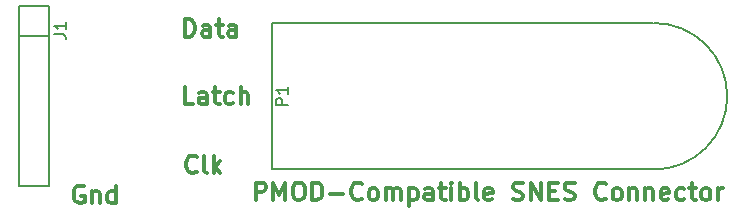
<source format=gto>
G04 #@! TF.FileFunction,Legend,Top*
%FSLAX46Y46*%
G04 Gerber Fmt 4.6, Leading zero omitted, Abs format (unit mm)*
G04 Created by KiCad (PCBNEW 4.0.2-1.fc23-product) date Wed 28 Dec 2016 04:25:50 PM CST*
%MOMM*%
G01*
G04 APERTURE LIST*
%ADD10C,0.100000*%
%ADD11C,0.300000*%
%ADD12C,0.150000*%
G04 APERTURE END LIST*
D10*
D11*
X89459714Y-104152000D02*
X89316857Y-104080571D01*
X89102571Y-104080571D01*
X88888286Y-104152000D01*
X88745428Y-104294857D01*
X88674000Y-104437714D01*
X88602571Y-104723429D01*
X88602571Y-104937714D01*
X88674000Y-105223429D01*
X88745428Y-105366286D01*
X88888286Y-105509143D01*
X89102571Y-105580571D01*
X89245428Y-105580571D01*
X89459714Y-105509143D01*
X89531143Y-105437714D01*
X89531143Y-104937714D01*
X89245428Y-104937714D01*
X90174000Y-104580571D02*
X90174000Y-105580571D01*
X90174000Y-104723429D02*
X90245428Y-104652000D01*
X90388286Y-104580571D01*
X90602571Y-104580571D01*
X90745428Y-104652000D01*
X90816857Y-104794857D01*
X90816857Y-105580571D01*
X92174000Y-105580571D02*
X92174000Y-104080571D01*
X92174000Y-105509143D02*
X92031143Y-105580571D01*
X91745429Y-105580571D01*
X91602571Y-105509143D01*
X91531143Y-105437714D01*
X91459714Y-105294857D01*
X91459714Y-104866286D01*
X91531143Y-104723429D01*
X91602571Y-104652000D01*
X91745429Y-104580571D01*
X92031143Y-104580571D01*
X92174000Y-104652000D01*
X99032286Y-102897714D02*
X98960857Y-102969143D01*
X98746571Y-103040571D01*
X98603714Y-103040571D01*
X98389429Y-102969143D01*
X98246571Y-102826286D01*
X98175143Y-102683429D01*
X98103714Y-102397714D01*
X98103714Y-102183429D01*
X98175143Y-101897714D01*
X98246571Y-101754857D01*
X98389429Y-101612000D01*
X98603714Y-101540571D01*
X98746571Y-101540571D01*
X98960857Y-101612000D01*
X99032286Y-101683429D01*
X99889429Y-103040571D02*
X99746571Y-102969143D01*
X99675143Y-102826286D01*
X99675143Y-101540571D01*
X100460857Y-103040571D02*
X100460857Y-101540571D01*
X100603714Y-102469143D02*
X101032285Y-103040571D01*
X101032285Y-102040571D02*
X100460857Y-102612000D01*
X98746715Y-97198571D02*
X98032429Y-97198571D01*
X98032429Y-95698571D01*
X99889572Y-97198571D02*
X99889572Y-96412857D01*
X99818143Y-96270000D01*
X99675286Y-96198571D01*
X99389572Y-96198571D01*
X99246715Y-96270000D01*
X99889572Y-97127143D02*
X99746715Y-97198571D01*
X99389572Y-97198571D01*
X99246715Y-97127143D01*
X99175286Y-96984286D01*
X99175286Y-96841429D01*
X99246715Y-96698571D01*
X99389572Y-96627143D01*
X99746715Y-96627143D01*
X99889572Y-96555714D01*
X100389572Y-96198571D02*
X100961001Y-96198571D01*
X100603858Y-95698571D02*
X100603858Y-96984286D01*
X100675286Y-97127143D01*
X100818144Y-97198571D01*
X100961001Y-97198571D01*
X102103858Y-97127143D02*
X101961001Y-97198571D01*
X101675287Y-97198571D01*
X101532429Y-97127143D01*
X101461001Y-97055714D01*
X101389572Y-96912857D01*
X101389572Y-96484286D01*
X101461001Y-96341429D01*
X101532429Y-96270000D01*
X101675287Y-96198571D01*
X101961001Y-96198571D01*
X102103858Y-96270000D01*
X102746715Y-97198571D02*
X102746715Y-95698571D01*
X103389572Y-97198571D02*
X103389572Y-96412857D01*
X103318143Y-96270000D01*
X103175286Y-96198571D01*
X102961001Y-96198571D01*
X102818143Y-96270000D01*
X102746715Y-96341429D01*
X98024429Y-91483571D02*
X98024429Y-89983571D01*
X98381572Y-89983571D01*
X98595857Y-90055000D01*
X98738715Y-90197857D01*
X98810143Y-90340714D01*
X98881572Y-90626429D01*
X98881572Y-90840714D01*
X98810143Y-91126429D01*
X98738715Y-91269286D01*
X98595857Y-91412143D01*
X98381572Y-91483571D01*
X98024429Y-91483571D01*
X100167286Y-91483571D02*
X100167286Y-90697857D01*
X100095857Y-90555000D01*
X99953000Y-90483571D01*
X99667286Y-90483571D01*
X99524429Y-90555000D01*
X100167286Y-91412143D02*
X100024429Y-91483571D01*
X99667286Y-91483571D01*
X99524429Y-91412143D01*
X99453000Y-91269286D01*
X99453000Y-91126429D01*
X99524429Y-90983571D01*
X99667286Y-90912143D01*
X100024429Y-90912143D01*
X100167286Y-90840714D01*
X100667286Y-90483571D02*
X101238715Y-90483571D01*
X100881572Y-89983571D02*
X100881572Y-91269286D01*
X100953000Y-91412143D01*
X101095858Y-91483571D01*
X101238715Y-91483571D01*
X102381572Y-91483571D02*
X102381572Y-90697857D01*
X102310143Y-90555000D01*
X102167286Y-90483571D01*
X101881572Y-90483571D01*
X101738715Y-90555000D01*
X102381572Y-91412143D02*
X102238715Y-91483571D01*
X101881572Y-91483571D01*
X101738715Y-91412143D01*
X101667286Y-91269286D01*
X101667286Y-91126429D01*
X101738715Y-90983571D01*
X101881572Y-90912143D01*
X102238715Y-90912143D01*
X102381572Y-90840714D01*
X104019429Y-105326571D02*
X104019429Y-103826571D01*
X104590857Y-103826571D01*
X104733715Y-103898000D01*
X104805143Y-103969429D01*
X104876572Y-104112286D01*
X104876572Y-104326571D01*
X104805143Y-104469429D01*
X104733715Y-104540857D01*
X104590857Y-104612286D01*
X104019429Y-104612286D01*
X105519429Y-105326571D02*
X105519429Y-103826571D01*
X106019429Y-104898000D01*
X106519429Y-103826571D01*
X106519429Y-105326571D01*
X107519429Y-103826571D02*
X107805143Y-103826571D01*
X107948001Y-103898000D01*
X108090858Y-104040857D01*
X108162286Y-104326571D01*
X108162286Y-104826571D01*
X108090858Y-105112286D01*
X107948001Y-105255143D01*
X107805143Y-105326571D01*
X107519429Y-105326571D01*
X107376572Y-105255143D01*
X107233715Y-105112286D01*
X107162286Y-104826571D01*
X107162286Y-104326571D01*
X107233715Y-104040857D01*
X107376572Y-103898000D01*
X107519429Y-103826571D01*
X108805144Y-105326571D02*
X108805144Y-103826571D01*
X109162287Y-103826571D01*
X109376572Y-103898000D01*
X109519430Y-104040857D01*
X109590858Y-104183714D01*
X109662287Y-104469429D01*
X109662287Y-104683714D01*
X109590858Y-104969429D01*
X109519430Y-105112286D01*
X109376572Y-105255143D01*
X109162287Y-105326571D01*
X108805144Y-105326571D01*
X110305144Y-104755143D02*
X111448001Y-104755143D01*
X113019430Y-105183714D02*
X112948001Y-105255143D01*
X112733715Y-105326571D01*
X112590858Y-105326571D01*
X112376573Y-105255143D01*
X112233715Y-105112286D01*
X112162287Y-104969429D01*
X112090858Y-104683714D01*
X112090858Y-104469429D01*
X112162287Y-104183714D01*
X112233715Y-104040857D01*
X112376573Y-103898000D01*
X112590858Y-103826571D01*
X112733715Y-103826571D01*
X112948001Y-103898000D01*
X113019430Y-103969429D01*
X113876573Y-105326571D02*
X113733715Y-105255143D01*
X113662287Y-105183714D01*
X113590858Y-105040857D01*
X113590858Y-104612286D01*
X113662287Y-104469429D01*
X113733715Y-104398000D01*
X113876573Y-104326571D01*
X114090858Y-104326571D01*
X114233715Y-104398000D01*
X114305144Y-104469429D01*
X114376573Y-104612286D01*
X114376573Y-105040857D01*
X114305144Y-105183714D01*
X114233715Y-105255143D01*
X114090858Y-105326571D01*
X113876573Y-105326571D01*
X115019430Y-105326571D02*
X115019430Y-104326571D01*
X115019430Y-104469429D02*
X115090858Y-104398000D01*
X115233716Y-104326571D01*
X115448001Y-104326571D01*
X115590858Y-104398000D01*
X115662287Y-104540857D01*
X115662287Y-105326571D01*
X115662287Y-104540857D02*
X115733716Y-104398000D01*
X115876573Y-104326571D01*
X116090858Y-104326571D01*
X116233716Y-104398000D01*
X116305144Y-104540857D01*
X116305144Y-105326571D01*
X117019430Y-104326571D02*
X117019430Y-105826571D01*
X117019430Y-104398000D02*
X117162287Y-104326571D01*
X117448001Y-104326571D01*
X117590858Y-104398000D01*
X117662287Y-104469429D01*
X117733716Y-104612286D01*
X117733716Y-105040857D01*
X117662287Y-105183714D01*
X117590858Y-105255143D01*
X117448001Y-105326571D01*
X117162287Y-105326571D01*
X117019430Y-105255143D01*
X119019430Y-105326571D02*
X119019430Y-104540857D01*
X118948001Y-104398000D01*
X118805144Y-104326571D01*
X118519430Y-104326571D01*
X118376573Y-104398000D01*
X119019430Y-105255143D02*
X118876573Y-105326571D01*
X118519430Y-105326571D01*
X118376573Y-105255143D01*
X118305144Y-105112286D01*
X118305144Y-104969429D01*
X118376573Y-104826571D01*
X118519430Y-104755143D01*
X118876573Y-104755143D01*
X119019430Y-104683714D01*
X119519430Y-104326571D02*
X120090859Y-104326571D01*
X119733716Y-103826571D02*
X119733716Y-105112286D01*
X119805144Y-105255143D01*
X119948002Y-105326571D01*
X120090859Y-105326571D01*
X120590859Y-105326571D02*
X120590859Y-104326571D01*
X120590859Y-103826571D02*
X120519430Y-103898000D01*
X120590859Y-103969429D01*
X120662287Y-103898000D01*
X120590859Y-103826571D01*
X120590859Y-103969429D01*
X121305145Y-105326571D02*
X121305145Y-103826571D01*
X121305145Y-104398000D02*
X121448002Y-104326571D01*
X121733716Y-104326571D01*
X121876573Y-104398000D01*
X121948002Y-104469429D01*
X122019431Y-104612286D01*
X122019431Y-105040857D01*
X121948002Y-105183714D01*
X121876573Y-105255143D01*
X121733716Y-105326571D01*
X121448002Y-105326571D01*
X121305145Y-105255143D01*
X122876574Y-105326571D02*
X122733716Y-105255143D01*
X122662288Y-105112286D01*
X122662288Y-103826571D01*
X124019430Y-105255143D02*
X123876573Y-105326571D01*
X123590859Y-105326571D01*
X123448002Y-105255143D01*
X123376573Y-105112286D01*
X123376573Y-104540857D01*
X123448002Y-104398000D01*
X123590859Y-104326571D01*
X123876573Y-104326571D01*
X124019430Y-104398000D01*
X124090859Y-104540857D01*
X124090859Y-104683714D01*
X123376573Y-104826571D01*
X125805144Y-105255143D02*
X126019430Y-105326571D01*
X126376573Y-105326571D01*
X126519430Y-105255143D01*
X126590859Y-105183714D01*
X126662287Y-105040857D01*
X126662287Y-104898000D01*
X126590859Y-104755143D01*
X126519430Y-104683714D01*
X126376573Y-104612286D01*
X126090859Y-104540857D01*
X125948001Y-104469429D01*
X125876573Y-104398000D01*
X125805144Y-104255143D01*
X125805144Y-104112286D01*
X125876573Y-103969429D01*
X125948001Y-103898000D01*
X126090859Y-103826571D01*
X126448001Y-103826571D01*
X126662287Y-103898000D01*
X127305144Y-105326571D02*
X127305144Y-103826571D01*
X128162287Y-105326571D01*
X128162287Y-103826571D01*
X128876573Y-104540857D02*
X129376573Y-104540857D01*
X129590859Y-105326571D02*
X128876573Y-105326571D01*
X128876573Y-103826571D01*
X129590859Y-103826571D01*
X130162287Y-105255143D02*
X130376573Y-105326571D01*
X130733716Y-105326571D01*
X130876573Y-105255143D01*
X130948002Y-105183714D01*
X131019430Y-105040857D01*
X131019430Y-104898000D01*
X130948002Y-104755143D01*
X130876573Y-104683714D01*
X130733716Y-104612286D01*
X130448002Y-104540857D01*
X130305144Y-104469429D01*
X130233716Y-104398000D01*
X130162287Y-104255143D01*
X130162287Y-104112286D01*
X130233716Y-103969429D01*
X130305144Y-103898000D01*
X130448002Y-103826571D01*
X130805144Y-103826571D01*
X131019430Y-103898000D01*
X133662287Y-105183714D02*
X133590858Y-105255143D01*
X133376572Y-105326571D01*
X133233715Y-105326571D01*
X133019430Y-105255143D01*
X132876572Y-105112286D01*
X132805144Y-104969429D01*
X132733715Y-104683714D01*
X132733715Y-104469429D01*
X132805144Y-104183714D01*
X132876572Y-104040857D01*
X133019430Y-103898000D01*
X133233715Y-103826571D01*
X133376572Y-103826571D01*
X133590858Y-103898000D01*
X133662287Y-103969429D01*
X134519430Y-105326571D02*
X134376572Y-105255143D01*
X134305144Y-105183714D01*
X134233715Y-105040857D01*
X134233715Y-104612286D01*
X134305144Y-104469429D01*
X134376572Y-104398000D01*
X134519430Y-104326571D01*
X134733715Y-104326571D01*
X134876572Y-104398000D01*
X134948001Y-104469429D01*
X135019430Y-104612286D01*
X135019430Y-105040857D01*
X134948001Y-105183714D01*
X134876572Y-105255143D01*
X134733715Y-105326571D01*
X134519430Y-105326571D01*
X135662287Y-104326571D02*
X135662287Y-105326571D01*
X135662287Y-104469429D02*
X135733715Y-104398000D01*
X135876573Y-104326571D01*
X136090858Y-104326571D01*
X136233715Y-104398000D01*
X136305144Y-104540857D01*
X136305144Y-105326571D01*
X137019430Y-104326571D02*
X137019430Y-105326571D01*
X137019430Y-104469429D02*
X137090858Y-104398000D01*
X137233716Y-104326571D01*
X137448001Y-104326571D01*
X137590858Y-104398000D01*
X137662287Y-104540857D01*
X137662287Y-105326571D01*
X138948001Y-105255143D02*
X138805144Y-105326571D01*
X138519430Y-105326571D01*
X138376573Y-105255143D01*
X138305144Y-105112286D01*
X138305144Y-104540857D01*
X138376573Y-104398000D01*
X138519430Y-104326571D01*
X138805144Y-104326571D01*
X138948001Y-104398000D01*
X139019430Y-104540857D01*
X139019430Y-104683714D01*
X138305144Y-104826571D01*
X140305144Y-105255143D02*
X140162287Y-105326571D01*
X139876573Y-105326571D01*
X139733715Y-105255143D01*
X139662287Y-105183714D01*
X139590858Y-105040857D01*
X139590858Y-104612286D01*
X139662287Y-104469429D01*
X139733715Y-104398000D01*
X139876573Y-104326571D01*
X140162287Y-104326571D01*
X140305144Y-104398000D01*
X140733715Y-104326571D02*
X141305144Y-104326571D01*
X140948001Y-103826571D02*
X140948001Y-105112286D01*
X141019429Y-105255143D01*
X141162287Y-105326571D01*
X141305144Y-105326571D01*
X142019430Y-105326571D02*
X141876572Y-105255143D01*
X141805144Y-105183714D01*
X141733715Y-105040857D01*
X141733715Y-104612286D01*
X141805144Y-104469429D01*
X141876572Y-104398000D01*
X142019430Y-104326571D01*
X142233715Y-104326571D01*
X142376572Y-104398000D01*
X142448001Y-104469429D01*
X142519430Y-104612286D01*
X142519430Y-105040857D01*
X142448001Y-105183714D01*
X142376572Y-105255143D01*
X142233715Y-105326571D01*
X142019430Y-105326571D01*
X143162287Y-105326571D02*
X143162287Y-104326571D01*
X143162287Y-104612286D02*
X143233715Y-104469429D01*
X143305144Y-104398000D01*
X143448001Y-104326571D01*
X143590858Y-104326571D01*
D12*
X83947000Y-91440000D02*
X86487000Y-91440000D01*
X83947000Y-88900000D02*
X86487000Y-88900000D01*
X86487000Y-88900000D02*
X86487000Y-104140000D01*
X86487000Y-104140000D02*
X83947000Y-104140000D01*
X83947000Y-104140000D02*
X83947000Y-88900000D01*
X105390000Y-102720000D02*
X137790000Y-102720000D01*
X105390000Y-90320000D02*
X137690000Y-90320000D01*
X137740000Y-102720000D02*
G75*
G03X143940000Y-96520000I0J6200000D01*
G01*
X143940000Y-96520000D02*
G75*
G03X137740000Y-90320000I-6200000J0D01*
G01*
X105390000Y-102720000D02*
X105390000Y-90320000D01*
X86955381Y-91265333D02*
X87669667Y-91265333D01*
X87812524Y-91312953D01*
X87907762Y-91408191D01*
X87955381Y-91551048D01*
X87955381Y-91646286D01*
X87955381Y-90265333D02*
X87955381Y-90836762D01*
X87955381Y-90551048D02*
X86955381Y-90551048D01*
X87098238Y-90646286D01*
X87193476Y-90741524D01*
X87241095Y-90836762D01*
X106751381Y-97258095D02*
X105751381Y-97258095D01*
X105751381Y-96877142D01*
X105799000Y-96781904D01*
X105846619Y-96734285D01*
X105941857Y-96686666D01*
X106084714Y-96686666D01*
X106179952Y-96734285D01*
X106227571Y-96781904D01*
X106275190Y-96877142D01*
X106275190Y-97258095D01*
X106751381Y-95734285D02*
X106751381Y-96305714D01*
X106751381Y-96020000D02*
X105751381Y-96020000D01*
X105894238Y-96115238D01*
X105989476Y-96210476D01*
X106037095Y-96305714D01*
M02*

</source>
